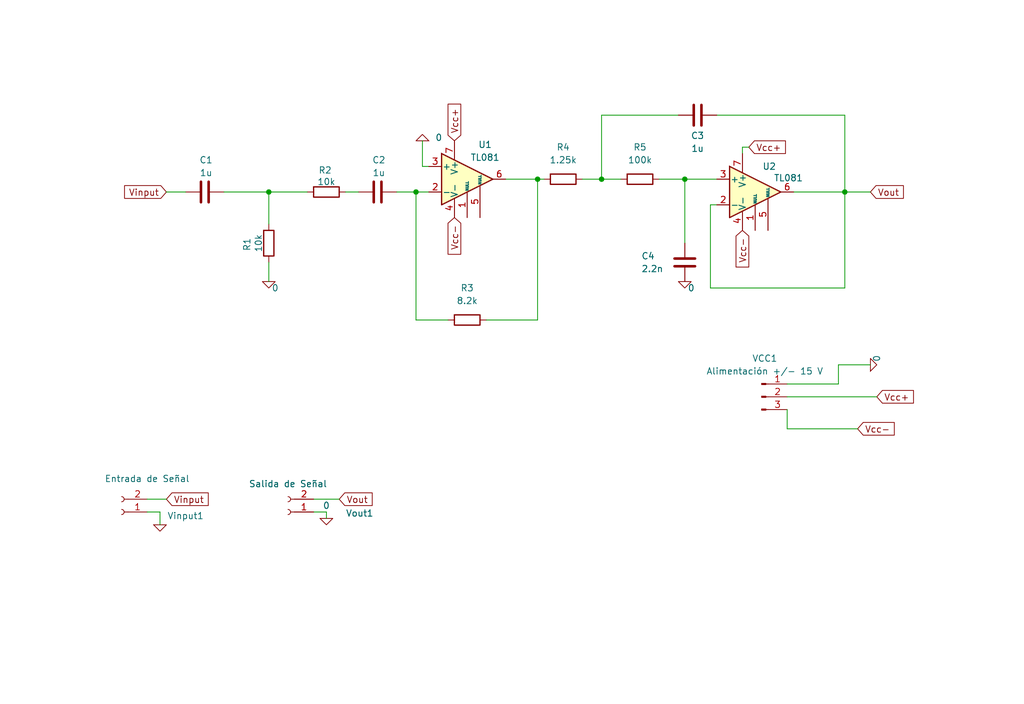
<source format=kicad_sch>
(kicad_sch (version 20231120) (generator "eeschema") (generator_version "8.0")
  (paper "User" 203.2 139.7)
  (title_block (title "Filtro Pasa Bandas") (date "24/02/2025") (company "FIUBA - Analisis de Circuitos ") (comment 1 "Lazo Sebastian Nahuel 106213"))
  (lib_symbols
    (symbol "Amplifier_Operational:TL081" (pin_names (offset 0.127))
      (property "Reference" "U" (at 0 6.35 0))
      (property "Value" "TL081" (at 0 3.81 0))
      (symbol "TL081_0_1"
        (polyline (pts (xy -5.08 5.08) (xy 5.08 0) (xy -5.08 -5.08) (xy -5.08 5.08)) (stroke (width 0.254)) (fill (type background)))
      )
      (symbol "TL081_1_1"
        (pin input line (at 0 -7.62 90) (length 5.08) (name "NULL") (number "1"))
        (pin input line (at -7.62 -2.54 0) (length 2.54) (name "-") (number "2"))
        (pin input line (at -7.62 2.54 0) (length 2.54) (name "+") (number "3"))
        (pin power_in line (at -2.54 -7.62 90) (length 3.81) (name "V-") (number "4"))
        (pin input line (at 2.54 -7.62 90) (length 6.35) (name "NULL") (number "5"))
        (pin output line (at 7.62 0 180) (length 2.54) (name "~") (number "6"))
        (pin power_in line (at -2.54 7.62 270) (length 3.81) (name "V+") (number "7"))
        (pin no_connect line (at 0 2.54 270) (length 2.54) hide (name "NC") (number "8"))
      )
    )
    (symbol "Connector:Conn_01x02_Female" (pin_names (offset 1.016) hide)
      (property "Reference" "J" (at 0 2.54 0))
      (property "Value" "Conn_01x02_Female" (at 0 -5.08 0))
      (symbol "Conn_01x02_Female_1_1"
        (arc (start 0 -2.032) (mid -0.5058 -2.54) (end 0 -3.048) (stroke (width 0.1524)))
        (polyline (pts (xy -1.27 -2.54) (xy -0.508 -2.54)) (stroke (width 0.1524)))
        (polyline (pts (xy -1.27 0) (xy -0.508 0)) (stroke (width 0.1524)))
        (arc (start 0 0.508) (mid -0.5058 0) (end 0 -0.508) (stroke (width 0.1524)))
        (pin passive line (at -5.08 0 0) (length 3.81) (name "Pin_1") (number "1"))
        (pin passive line (at -5.08 -2.54 0) (length 3.81) (name "Pin_2") (number "2"))
      )
    )
    (symbol "Connector:Conn_01x03_Pin" (pin_names (offset 1.016) hide)
      (property "Reference" "J" (at 0 5.08 0))
      (property "Value" "Conn_01x03_Pin" (at 0 -5.08 0))
      (symbol "Conn_01x03_Pin_1_1"
        (polyline (pts (xy 1.27 -2.54) (xy 0.8636 -2.54)) (stroke (width 0.1524)))
        (polyline (pts (xy 1.27 0) (xy 0.8636 0)) (stroke (width 0.1524)))
        (polyline (pts (xy 1.27 2.54) (xy 0.8636 2.54)) (stroke (width 0.1524)))
        (rectangle (start 0.8636 -2.413) (end 0 -2.667) (stroke (width 0.1524)) (fill (type outline)))
        (rectangle (start 0.8636 0.127) (end 0 -0.127) (stroke (width 0.1524)) (fill (type outline)))
        (rectangle (start 0.8636 2.667) (end 0 2.413) (stroke (width 0.1524)) (fill (type outline)))
        (pin passive line (at 5.08 2.54 180) (length 3.81) (name "Pin_1") (number "1"))
        (pin passive line (at 5.08 0 180) (length 3.81) (name "Pin_2") (number "2"))
        (pin passive line (at 5.08 -2.54 180) (length 3.81) (name "Pin_3") (number "3"))
      )
    )
    (symbol "Device:C" (pin_numbers hide) (pin_names (offset 0.254))
      (property "Reference" "C" (at 0.635 2.54 0))
      (property "Value" "C" (at 0.635 -2.54 0))
      (symbol "C_0_1"
        (polyline (pts (xy -2.032 -0.762) (xy 2.032 -0.762)) (stroke (width 0.508)))
        (polyline (pts (xy -2.032 0.762) (xy 2.032 0.762)) (stroke (width 0.508)))
      )
      (symbol "C_1_1"
        (pin passive line (at 0 3.81 270) (length 2.794) (name "~") (number "1"))
        (pin passive line (at 0 -3.81 90) (length 2.794) (name "~") (number "2"))
      )
    )
    (symbol "Device:R" (pin_numbers hide) (pin_names (offset 0))
      (property "Reference" "R" (at 2.032 0 90))
      (property "Value" "R" (at 0 0 90))
      (symbol "R_0_1"
        (rectangle (start -1.016 -2.54) (end 1.016 2.54) (stroke (width 0.254)))
      )
      (symbol "R_1_1"
        (pin passive line (at 0 3.81 270) (length 1.27) (name "~") (number "1"))
        (pin passive line (at 0 -3.81 90) (length 1.27) (name "~") (number "2"))
      )
    )
    (symbol "pspice:0" (power) (pin_names (offset 0))
      (property "Value" "0" (at 0 -1.778 0))
      (symbol "0_0_1"
        (polyline (pts (xy -1.27 0) (xy 0 -1.27) (xy 1.27 0) (xy -1.27 0)))
      )
      (symbol "0_1_1"
        (pin power_in line (at 0 0 0) (length 0) hide (name "0") (number "1"))
      )
    )
  )
  (junction (at 135.89 35.56))
  (junction (at 119.38 35.56))
  (junction (at 167.64 38.1))
  (junction (at 106.68 35.56))
  (junction (at 53.34 38.1))
  (junction (at 82.55 38.1))
  (wire (pts (xy 167.64 38.1) (xy 167.64 57.15)))
  (wire (pts (xy 167.64 38.1) (xy 172.72 38.1)))
  (wire (pts (xy 33.02 99.06) (xy 29.21 99.06)))
  (wire (pts (xy 53.34 38.1) (xy 60.96 38.1)))
  (wire (pts (xy 166.37 72.39) (xy 166.37 76.2)))
  (wire (pts (xy 134.62 22.86) (xy 119.38 22.86)))
  (wire (pts (xy 44.45 38.1) (xy 53.34 38.1)))
  (wire (pts (xy 166.37 76.2) (xy 156.21 76.2)))
  (wire (pts (xy 107.95 35.56) (xy 106.68 35.56)))
  (wire (pts (xy 119.38 22.86) (xy 119.38 35.56)))
  (wire (pts (xy 157.48 38.1) (xy 167.64 38.1)))
  (wire (pts (xy 106.68 63.5) (xy 106.68 35.56)))
  (wire (pts (xy 130.81 35.56) (xy 135.89 35.56)))
  (wire (pts (xy 115.57 35.56) (xy 119.38 35.56)))
  (wire (pts (xy 64.77 101.6) (xy 64.77 102.87)))
  (wire (pts (xy 147.32 29.21) (xy 148.59 29.21)))
  (wire (pts (xy 68.58 38.1) (xy 71.12 38.1)))
  (wire (pts (xy 156.21 78.74) (xy 173.99 78.74)))
  (wire (pts (xy 62.23 101.6) (xy 64.77 101.6)))
  (wire (pts (xy 83.82 33.02) (xy 85.09 33.02)))
  (wire (pts (xy 140.97 40.64) (xy 142.24 40.64)))
  (wire (pts (xy 147.32 29.21) (xy 147.32 30.48)))
  (wire (pts (xy 67.31 99.06) (xy 62.23 99.06)))
  (wire (pts (xy 166.37 72.39) (xy 172.72 72.39)))
  (wire (pts (xy 83.82 27.94) (xy 83.82 33.02)))
  (wire (pts (xy 140.97 57.15) (xy 167.64 57.15)))
  (wire (pts (xy 167.64 22.86) (xy 167.64 38.1)))
  (wire (pts (xy 156.21 85.09) (xy 156.21 81.28)))
  (wire (pts (xy 96.52 63.5) (xy 106.68 63.5)))
  (wire (pts (xy 135.89 35.56) (xy 142.24 35.56)))
  (wire (pts (xy 82.55 63.5) (xy 88.9 63.5)))
  (wire (pts (xy 33.02 38.1) (xy 36.83 38.1)))
  (wire (pts (xy 82.55 38.1) (xy 82.55 63.5)))
  (wire (pts (xy 82.55 38.1) (xy 85.09 38.1)))
  (wire (pts (xy 135.89 48.26) (xy 135.89 35.56)))
  (wire (pts (xy 142.24 22.86) (xy 167.64 22.86)))
  (wire (pts (xy 78.74 38.1) (xy 82.55 38.1)))
  (wire (pts (xy 100.33 35.56) (xy 106.68 35.56)))
  (wire (pts (xy 29.21 101.6) (xy 31.75 101.6)))
  (wire (pts (xy 31.75 101.6) (xy 31.75 104.14)))
  (wire (pts (xy 53.34 55.88) (xy 53.34 52.07)))
  (wire (pts (xy 53.34 38.1) (xy 53.34 44.45)))
  (wire (pts (xy 119.38 35.56) (xy 123.19 35.56)))
  (wire (pts (xy 156.21 85.09) (xy 170.18 85.09)))
  (wire (pts (xy 140.97 40.64) (xy 140.97 57.15)))
  (global_label "Vcc+" (shape input) (at 148.59 29.21 0) (property "Intersheetrefs" "${INTERSHEET_REFS}" (effects (hide yes))) (property "Referencias entre hojas" "${INTERSHEET_REFS}" (effects (hide yes))))
  (global_label "Vout" (shape input) (at 172.72 38.1 0) (property "Intersheetrefs" "${INTERSHEET_REFS}" (effects (hide yes))) (property "Referencias entre hojas" "${INTERSHEET_REFS}" (effects (hide yes))))
  (global_label "Vcc+" (shape input) (at 173.99 78.74 0) (property "Intersheetrefs" "${INTERSHEET_REFS}" (effects (hide yes))) (property "Referencias entre hojas" "${INTERSHEET_REFS}" (effects (hide yes))))
  (global_label "Vcc-" (shape input) (at 170.18 85.09 0) (property "Intersheetrefs" "${INTERSHEET_REFS}" (effects (hide yes))) (property "Referencias entre hojas" "${INTERSHEET_REFS}" (effects (hide yes))))
  (global_label "Vcc-" (shape input) (at 90.17 43.18 270) (property "Intersheetrefs" "${INTERSHEET_REFS}" (effects (hide yes))) (property "Referencias entre hojas" "${INTERSHEET_REFS}" (effects (hide yes))))
  (global_label "Vcc-" (shape input) (at 147.32 45.72 270) (property "Intersheetrefs" "${INTERSHEET_REFS}" (effects (hide yes))) (property "Referencias entre hojas" "${INTERSHEET_REFS}" (effects (hide yes))))
  (global_label "Vout" (shape input) (at 67.31 99.06 0) (property "Intersheetrefs" "${INTERSHEET_REFS}" (effects (hide yes))) (property "Referencias entre hojas" "${INTERSHEET_REFS}" (effects (hide yes))))
  (global_label "Vcc+" (shape input) (at 90.17 27.94 90) (property "Intersheetrefs" "${INTERSHEET_REFS}" (effects (hide yes))) (property "Referencias entre hojas" "${INTERSHEET_REFS}" (effects (hide yes))))
  (global_label "Vinput" (shape input) (at 33.02 38.1 180) (property "Intersheetrefs" "${INTERSHEET_REFS}" (effects (hide yes))) (property "Referencias entre hojas" "${INTERSHEET_REFS}" (effects (hide yes))))
  (global_label "Vinput" (shape input) (at 33.02 99.06 0) (property "Intersheetrefs" "${INTERSHEET_REFS}" (effects (hide yes))) (property "Referencias entre hojas" "${INTERSHEET_REFS}" (effects (hide yes))))
  (symbol (lib_id "Amplifier_Operational:TL081") (at 92.71 35.56 0) (unit 1)
    (property "Reference" "U1" (at 96.266 28.702 0))
    (property "Value" "TL081" (at 96.266 31.242 0))
    (property "Footprint" "Package_DIP:DIP-8_W7.62mm_Socket_LongPads" (effects (hide yes)))
    (property "Datasheet" "http://www.ti.com/lit/ds/symlink/tl081.pdf" (effects (hide yes)))
  )
  (symbol (lib_id "Device:C") (at 135.89 52.07 0) (unit 1)
    (property "Reference" "C4" (at 127.254 50.8 0) (effects (justify left)))
    (property "Value" "2.2n" (at 127.254 53.34 0) (effects (justify left)))
    (property "Footprint" "Propia:C320C" (effects (hide yes)))
  )
  (symbol (lib_id "Device:R") (at 64.77 38.1 90) (unit 1)
    (property "Reference" "R2" (at 64.516 33.782 90))
    (property "Value" "10k" (at 64.77 36.068 90))
    (property "Footprint" "Resistor_THT:R_Axial_DIN0207_L6.3mm_D2.5mm_P10.16mm_Horizontal" (effects (hide yes)))
  )
  (symbol (lib_id "Device:R") (at 92.71 63.5 90) (unit 1)
    (property "Reference" "R3" (at 92.71 57.15 90))
    (property "Value" "8.2k" (at 92.71 59.69 90))
    (property "Footprint" "Resistor_THT:R_Axial_DIN0207_L6.3mm_D2.5mm_P10.16mm_Horizontal" (effects (hide yes)))
  )
  (symbol (lib_id "Connector:Conn_01x02_Female") (at 24.13 101.6 180) (unit 1)
    (property "Reference" "Vinput1" (at 36.83 102.362 0))
    (property "Value" "Entrada de Señal" (at 29.21 94.996 0))
    (property "Footprint" "Connector_PinHeader_2.54mm:PinHeader_1x02_P2.54mm_Vertical" (effects (hide yes)))
  )
  (symbol (lib_id "Device:C") (at 74.93 38.1 270) (unit 1)
    (property "Reference" "C2" (at 75.184 31.75 90))
    (property "Value" "1u" (at 75.184 34.29 90))
    (property "Footprint" "Propia:C320C" (effects (hide yes)))
  )
  (symbol (lib_id "pspice:0") (at 31.75 104.14 0) (unit 1)
    (property "Reference" "#GND04" (effects (hide yes)))
    (property "Value" "0" (effects (hide yes)))
  )
  (symbol (lib_id "Device:R") (at 53.34 48.26 180) (unit 1)
    (property "Reference" "R1" (at 49.022 48.514 90))
    (property "Value" "10k" (at 51.308 48.26 90))
    (property "Footprint" "Resistor_THT:R_Axial_DIN0207_L6.3mm_D2.5mm_P10.16mm_Horizontal" (effects (hide yes)))
  )
  (symbol (lib_id "Device:C") (at 138.43 22.86 90) (unit 1)
    (property "Reference" "C3" (at 138.43 26.924 90))
    (property "Value" "1u" (at 138.43 29.464 90))
    (property "Footprint" "Propia:C320C" (effects (hide yes)))
  )
  (symbol (lib_id "pspice:0") (at 53.34 55.88 0) (unit 1)
    (property "Reference" "#GND05" (effects (hide yes)))
    (property "Value" "0" (at 54.61 57.15 0))
  )
  (symbol (lib_id "Device:R") (at 127 35.56 90) (unit 1)
    (property "Reference" "R5" (at 127 29.21 90))
    (property "Value" "100k" (at 127 31.75 90))
    (property "Footprint" "Resistor_THT:R_Axial_DIN0207_L6.3mm_D2.5mm_P10.16mm_Horizontal" (effects (hide yes)))
  )
  (symbol (lib_id "Device:R") (at 111.76 35.56 90) (unit 1)
    (property "Reference" "R4" (at 111.76 29.21 90))
    (property "Value" "1.25k" (at 111.76 31.75 90))
    (property "Footprint" "Resistor_THT:R_Axial_DIN0207_L6.3mm_D2.5mm_P10.16mm_Horizontal" (effects (hide yes)))
  )
  (symbol (lib_id "Connector:Conn_01x02_Female") (at 57.15 101.6 180) (unit 1)
    (property "Reference" "Vout1" (at 71.374 101.854 0))
    (property "Value" "Salida de Señal" (at 57.15 96.012 0))
    (property "Footprint" "Connector_PinHeader_2.54mm:PinHeader_1x02_P2.54mm_Vertical" (effects (hide yes)))
  )
  (symbol (lib_id "Amplifier_Operational:TL081") (at 149.86 38.1 0) (unit 1)
    (property "Reference" "U2" (at 152.654 33.02 0))
    (property "Value" "TL081" (at 156.464 35.306 0))
    (property "Footprint" "Package_DIP:DIP-8_W7.62mm_Socket_LongPads" (effects (hide yes)))
    (property "Datasheet" "http://www.ti.com/lit/ds/symlink/tl081.pdf" (effects (hide yes)))
  )
  (symbol (lib_id "pspice:0") (at 83.82 27.94 180) (unit 1)
    (property "Reference" "#GND02" (effects (hide yes)))
    (property "Value" "0" (at 86.36 27.3049 0) (effects (justify right)))
  )
  (symbol (lib_id "pspice:0") (at 64.77 102.87 0) (unit 1)
    (property "Reference" "#GND0108" (effects (hide yes)))
    (property "Value" "0" (at 64.77 100.33 0))
  )
  (symbol (lib_id "Device:C") (at 40.64 38.1 270) (unit 1)
    (property "Reference" "C1" (at 40.894 31.75 90))
    (property "Value" "1u" (at 40.894 34.29 90))
    (property "Footprint" "Propia:C320C" (effects (hide yes)))
  )
  (symbol (lib_id "Connector:Conn_01x03_Pin") (at 151.13 78.74 0) (unit 1)
    (property "Reference" "VCC1" (at 151.765 71.12 0))
    (property "Value" "Alimentación +/- 15 V" (at 151.765 73.66 0))
    (property "Footprint" "Connector_PinHeader_2.54mm:PinHeader_1x03_P2.54mm_Vertical" (effects (hide yes)))
    (property "Description" "Generic connector, single row, 01x03, script generated" (effects (hide yes)))
  )
  (symbol (lib_id "pspice:0") (at 172.72 72.39 90) (unit 1)
    (property "Reference" "#GND01" (effects (hide yes)))
    (property "Value" "0" (at 173.99 71.12 0))
  )
  (symbol (lib_id "pspice:0") (at 135.89 55.88 0) (unit 1)
    (property "Reference" "#GND0107" (effects (hide yes)))
    (property "Value" "0" (at 137.16 57.15 0))
  )
)
</source>
